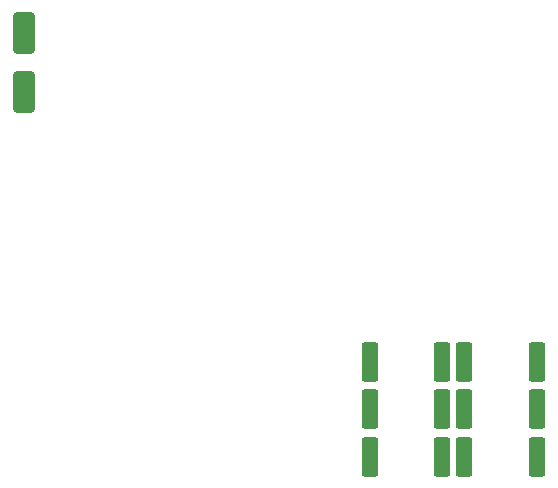
<source format=gbr>
%TF.GenerationSoftware,KiCad,Pcbnew,7.0.9*%
%TF.CreationDate,2024-06-22T09:01:39+05:30*%
%TF.ProjectId,BMS_LV_ADDON,424d535f-4c56-45f4-9144-444f4e2e6b69,rev?*%
%TF.SameCoordinates,Original*%
%TF.FileFunction,Paste,Bot*%
%TF.FilePolarity,Positive*%
%FSLAX46Y46*%
G04 Gerber Fmt 4.6, Leading zero omitted, Abs format (unit mm)*
G04 Created by KiCad (PCBNEW 7.0.9) date 2024-06-22 09:01:39*
%MOMM*%
%LPD*%
G01*
G04 APERTURE LIST*
G04 Aperture macros list*
%AMRoundRect*
0 Rectangle with rounded corners*
0 $1 Rounding radius*
0 $2 $3 $4 $5 $6 $7 $8 $9 X,Y pos of 4 corners*
0 Add a 4 corners polygon primitive as box body*
4,1,4,$2,$3,$4,$5,$6,$7,$8,$9,$2,$3,0*
0 Add four circle primitives for the rounded corners*
1,1,$1+$1,$2,$3*
1,1,$1+$1,$4,$5*
1,1,$1+$1,$6,$7*
1,1,$1+$1,$8,$9*
0 Add four rect primitives between the rounded corners*
20,1,$1+$1,$2,$3,$4,$5,0*
20,1,$1+$1,$4,$5,$6,$7,0*
20,1,$1+$1,$6,$7,$8,$9,0*
20,1,$1+$1,$8,$9,$2,$3,0*%
G04 Aperture macros list end*
%ADD10RoundRect,0.250000X-0.650000X1.500000X-0.650000X-1.500000X0.650000X-1.500000X0.650000X1.500000X0*%
%ADD11RoundRect,0.249999X0.450001X1.425001X-0.450001X1.425001X-0.450001X-1.425001X0.450001X-1.425001X0*%
G04 APERTURE END LIST*
D10*
%TO.C,D4*%
X26600000Y-45100000D03*
X26600000Y-50100000D03*
%TD*%
D11*
%TO.C,R6*%
X70000000Y-77000000D03*
X63900000Y-77000000D03*
%TD*%
%TO.C,R5*%
X70000000Y-73000000D03*
X63900000Y-73000000D03*
%TD*%
%TO.C,R10*%
X62000000Y-81000000D03*
X55900000Y-81000000D03*
%TD*%
%TO.C,R9*%
X62000000Y-77000000D03*
X55900000Y-77000000D03*
%TD*%
%TO.C,R8*%
X62000000Y-73000000D03*
X55900000Y-73000000D03*
%TD*%
%TO.C,R7*%
X70000000Y-81000000D03*
X63900000Y-81000000D03*
%TD*%
M02*

</source>
